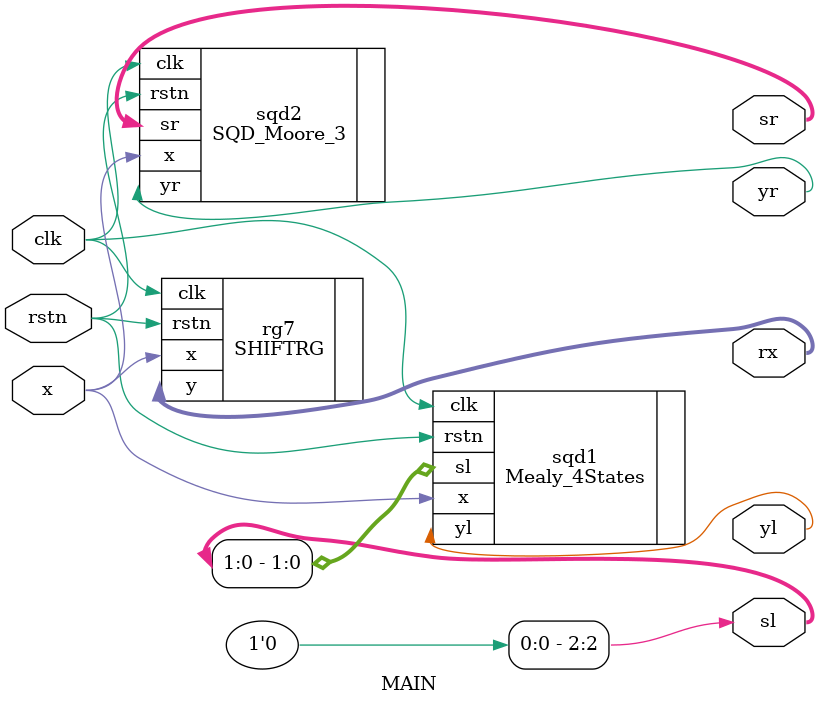
<source format=v>
`timescale 1ns / 1ps

module MAIN(
    input x,
    input clk,
    input rstn,
    output yl,
    output yr,
    output [2:0] sl,
    output [4:0] sr,
    output [7:0] rx
    );
    // SQD_Mealy_2 sqd1(
    //     .x(x),
    //     .clk(clk),
    //     .rstn(rstn),
    //     .yl(yl),
    //     .sl(sl)
    // );
    Mealy_4States sqd1(
        .x(x),
        .clk(clk),
        .rstn(rstn),
        .yl(yl),
        .sl(sl[1:0])
    );
    assign sl[2]=0;
    SQD_Moore_3 sqd2(
        .x(x),
        .clk(clk),
        .rstn(rstn),
        .yr(yr),
        .sr(sr)
    );
    SHIFTRG rg7(
        .x(x),
        .clk(clk),
        .rstn(rstn),
        .y(rx)
    );
endmodule

</source>
